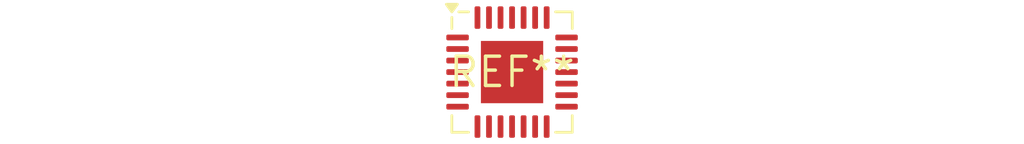
<source format=kicad_pcb>
(kicad_pcb (version 20240108) (generator pcbnew)
  (layers (0 "F.Cu" signal) (31 "B.Cu" signal) (34 "B.Paste" user) (35 "F.Paste" user) (36 "B.SilkS" user "B.Silkscreen") (37 "F.SilkS" user "F.Silkscreen") (38 "B.Mask" user) (39 "F.Mask" user) (44 "Edge.Cuts" user))
  (net 0 "")
  (footprint "TQFN-28-1EP_5x5mm_P0.5mm_EP2.7x2.7mm" (layer "F.Cu") (at 0 0)
    (property "Reference" "REF**")
    (property "Value" "TQFN-28-1EP_5x5mm_P0.5mm_EP2.7x2.7mm")
    (fp_line (start -2.61 -1.885) (end -2.61 -2.37) (layer "F.SilkS") (stroke (width 0.12)))
    (fp_line (start -2.61 2.61) (end -2.61 1.885) (layer "F.SilkS") (stroke (width 0.12)))
    (fp_line (start -1.885 -2.61) (end -2.31 -2.61) (layer "F.SilkS") (stroke (width 0.12)))
    (fp_line (start -1.885 2.61) (end -2.61 2.61) (layer "F.SilkS") (stroke (width 0.12)))
    (fp_line (start 1.885 -2.61) (end 2.61 -2.61) (layer "F.SilkS") (stroke (width 0.12)))
    (fp_line (start 1.885 2.61) (end 2.61 2.61) (layer "F.SilkS") (stroke (width 0.12)))
    (fp_line (start 2.61 -2.61) (end 2.61 -1.885) (layer "F.SilkS") (stroke (width 0.12)))
    (fp_line (start 2.61 2.61) (end 2.61 1.885) (layer "F.SilkS") (stroke (width 0.12)))
    (fp_poly (pts (xy -2.61 -2.61) (xy -2.85 -2.94) (xy -2.37 -2.94) (xy -2.61 -2.61)) (layer "F.SilkS") (stroke (width 0.12)) (fill solid))
    (pad "1" smd roundrect (at -2.3625 -1.5) (size 0.975 0.25) (layers "F.Cu" "F.Paste" "F.Mask"))
    (pad "2" smd roundrect (at -2.3625 -1) (size 0.975 0.25) (layers "F.Cu" "F.Paste" "F.Mask"))
    (pad "3" smd roundrect (at -2.3625 -0.5) (size 0.975 0.25) (layers "F.Cu" "F.Paste" "F.Mask"))
    (pad "4" smd roundrect (at -2.3625 0) (size 0.975 0.25) (layers "F.Cu" "F.Paste" "F.Mask"))
    (pad "5" smd roundrect (at -2.3625 0.5) (size 0.975 0.25) (layers "F.Cu" "F.Paste" "F.Mask"))
    (pad "6" smd roundrect (at -2.3625 1) (size 0.975 0.25) (layers "F.Cu" "F.Paste" "F.Mask"))
    (pad "7" smd roundrect (at -2.3625 1.5) (size 0.975 0.25) (layers "F.Cu" "F.Paste" "F.Mask"))
    (pad "8" smd roundrect (at -1.5 2.3625) (size 0.25 0.975) (layers "F.Cu" "F.Paste" "F.Mask"))
    (pad "9" smd roundrect (at -1 2.3625) (size 0.25 0.975) (layers "F.Cu" "F.Paste" "F.Mask"))
    (pad "10" smd roundrect (at -0.5 2.3625) (size 0.25 0.975) (layers "F.Cu" "F.Paste" "F.Mask"))
    (pad "11" smd roundrect (at 0 2.3625) (size 0.25 0.975) (layers "F.Cu" "F.Paste" "F.Mask"))
    (pad "12" smd roundrect (at 0.5 2.3625) (size 0.25 0.975) (layers "F.Cu" "F.Paste" "F.Mask"))
    (pad "13" smd roundrect (at 1 2.3625) (size 0.25 0.975) (layers "F.Cu" "F.Paste" "F.Mask"))
    (pad "14" smd roundrect (at 1.5 2.3625) (size 0.25 0.975) (layers "F.Cu" "F.Paste" "F.Mask"))
    (pad "15" smd roundrect (at 2.3625 1.5) (size 0.975 0.25) (layers "F.Cu" "F.Paste" "F.Mask"))
    (pad "16" smd roundrect (at 2.3625 1) (size 0.975 0.25) (layers "F.Cu" "F.Paste" "F.Mask"))
    (pad "17" smd roundrect (at 2.3625 0.5) (size 0.975 0.25) (layers "F.Cu" "F.Paste" "F.Mask"))
    (pad "18" smd roundrect (at 2.3625 0) (size 0.975 0.25) (layers "F.Cu" "F.Paste" "F.Mask"))
    (pad "19" smd roundrect (at 2.3625 -0.5) (size 0.975 0.25) (layers "F.Cu" "F.Paste" "F.Mask"))
    (pad "20" smd roundrect (at 2.3625 -1) (size 0.975 0.25) (layers "F.Cu" "F.Paste" "F.Mask"))
    (pad "21" smd roundrect (at 2.3625 -1.5) (size 0.975 0.25) (layers "F.Cu" "F.Paste" "F.Mask"))
    (pad "22" smd roundrect (at 1.5 -2.3625) (size 0.25 0.975) (layers "F.Cu" "F.Paste" "F.Mask"))
    (pad "23" smd roundrect (at 1 -2.3625) (size 0.25 0.975) (layers "F.Cu" "F.Paste" "F.Mask"))
    (pad "24" smd roundrect (at 0.5 -2.3625) (size 0.25 0.975) (layers "F.Cu" "F.Paste" "F.Mask"))
    (pad "25" smd roundrect (at 0 -2.3625) (size 0.25 0.975) (layers "F.Cu" "F.Paste" "F.Mask"))
    (pad "26" smd roundrect (at -0.5 -2.3625) (size 0.25 0.975) (layers "F.Cu" "F.Paste" "F.Mask"))
    (pad "27" smd roundrect (at -1 -2.3625) (size 0.25 0.975) (layers "F.Cu" "F.Paste" "F.Mask"))
    (pad "28" smd roundrect (at -1.5 -2.3625) (size 0.25 0.975) (layers "F.Cu" "F.Paste" "F.Mask"))
    (pad "29" smd rect (at 0 0) (size 2.7 2.7) (property pad_prop_heatsink) (layers "F.Cu" "F.Mask"))
  )
)
</source>
